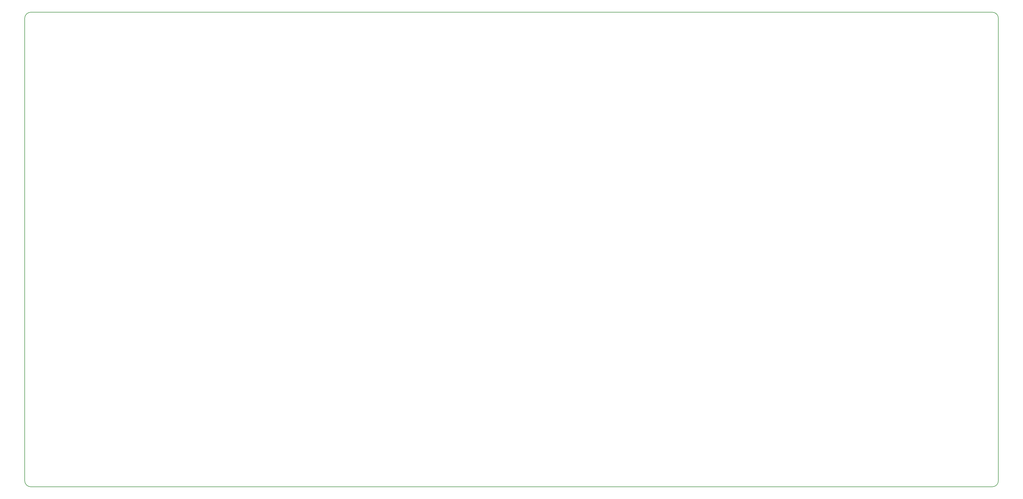
<source format=gbr>
%TF.GenerationSoftware,KiCad,Pcbnew,(5.1.9)-1*%
%TF.CreationDate,2021-04-14T14:29:18-04:00*%
%TF.ProjectId,LCK75,4c434b37-352e-46b6-9963-61645f706362,rev?*%
%TF.SameCoordinates,Original*%
%TF.FileFunction,Profile,NP*%
%FSLAX46Y46*%
G04 Gerber Fmt 4.6, Leading zero omitted, Abs format (unit mm)*
G04 Created by KiCad (PCBNEW (5.1.9)-1) date 2021-04-14 14:29:18*
%MOMM*%
%LPD*%
G01*
G04 APERTURE LIST*
%TA.AperFunction,Profile*%
%ADD10C,0.200000*%
%TD*%
G04 APERTURE END LIST*
D10*
X-12826482Y-25155300D02*
X-12826482Y844700D01*
X-12826482Y-59967600D02*
X-12826482Y-149930270D01*
X250585868Y-151930270D02*
X302448868Y-151930270D01*
X-10826482Y-151930270D02*
G75*
G02*
X-12826482Y-149930270I0J2000000D01*
G01*
X-12826482Y844700D02*
G75*
G02*
X-10826482Y2844700I2000000J0D01*
G01*
X-10826482Y-151930270D02*
X250585868Y-151930270D01*
X304448868Y-149930270D02*
X304448868Y844700D01*
X-12826482Y-29155300D02*
X-12826482Y-59967600D01*
X64808900Y2844700D02*
X302448868Y2844700D01*
X-12826482Y-29155300D02*
X-12826482Y-25155300D01*
X304448868Y-149930270D02*
G75*
G02*
X302448868Y-151930270I-2000000J0D01*
G01*
X302448868Y2844700D02*
G75*
G02*
X304448868Y844700I0J-2000000D01*
G01*
X-10826482Y2844700D02*
X64808900Y2844700D01*
M02*

</source>
